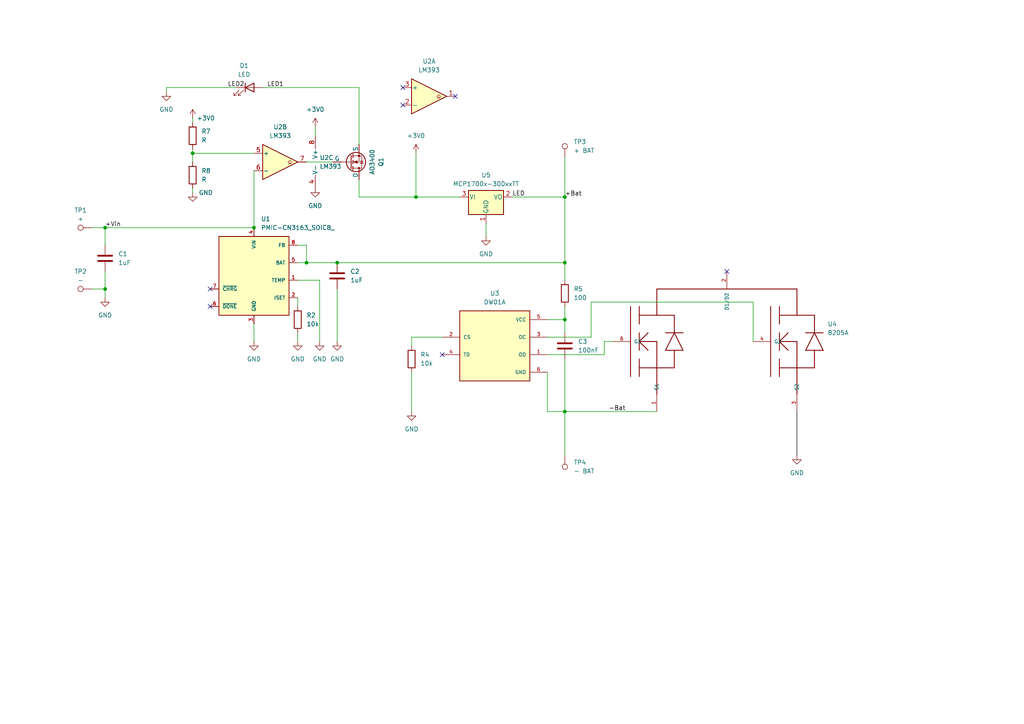
<source format=kicad_sch>
(kicad_sch (version 20231120) (generator "eeschema") (generator_version "8.0")
  (paper "A4")
  (lib_symbols
    (symbol "8205A:8205A" (pin_names (offset 1.016))
      (property "Reference" "U4" (at 31.75 7.62 0))
      (property "Value" "8205A" (at 31.75 5.08 0))
      (symbol "8205A_0_0"
        (polyline (pts (xy -25.4 12.7) (xy -25.4 -7.62)) (stroke (width 0.254)))
        (polyline (pts (xy -22.86 -7.62) (xy -22.86 -5.08)) (stroke (width 0.254)))
        (polyline (pts (xy -22.86 -5.08) (xy -22.86 -2.54)) (stroke (width 0.254)))
        (polyline (pts (xy -22.86 -5.08) (xy -17.78 -5.08)) (stroke (width 0.254)))
        (polyline (pts (xy -22.86 0) (xy -22.86 2.54)) (stroke (width 0.254)))
        (polyline (pts (xy -22.86 2.54) (xy -22.86 5.08)) (stroke (width 0.254)))
        (polyline (pts (xy -22.86 2.54) (xy -20.32 0)) (stroke (width 0.254)))
        (polyline (pts (xy -22.86 2.54) (xy -20.32 5.08)) (stroke (width 0.254)))
        (polyline (pts (xy -22.86 7.62) (xy -22.86 10.16)) (stroke (width 0.254)))
        (polyline (pts (xy -22.86 10.16) (xy -22.86 12.7)) (stroke (width 0.254)))
        (polyline (pts (xy -22.86 10.16) (xy -17.78 10.16)) (stroke (width 0.254)))
        (polyline (pts (xy -17.78 -5.08) (xy -17.78 -12.7)) (stroke (width 0.254)))
        (polyline (pts (xy -17.78 -5.08) (xy -17.78 2.54)) (stroke (width 0.254)))
        (polyline (pts (xy -17.78 -5.08) (xy -12.7 -5.08)) (stroke (width 0.254)))
        (polyline (pts (xy -17.78 2.54) (xy -22.86 2.54)) (stroke (width 0.254)))
        (polyline (pts (xy -17.78 10.16) (xy -17.78 17.78)) (stroke (width 0.254)))
        (polyline (pts (xy -17.78 10.16) (xy -12.7 10.16)) (stroke (width 0.254)))
        (polyline (pts (xy -17.78 17.78) (xy 22.86 17.78)) (stroke (width 0.254)))
        (polyline (pts (xy -15.24 0) (xy -12.7 0)) (stroke (width 0.254)))
        (polyline (pts (xy -15.24 5.08) (xy -12.7 5.08)) (stroke (width 0.254)))
        (polyline (pts (xy -12.7 -5.08) (xy -12.7 0)) (stroke (width 0.254)))
        (polyline (pts (xy -12.7 0) (xy -10.16 0)) (stroke (width 0.254)))
        (polyline (pts (xy -12.7 5.08) (xy -15.24 0)) (stroke (width 0.254)))
        (polyline (pts (xy -12.7 5.08) (xy -10.16 5.08)) (stroke (width 0.254)))
        (polyline (pts (xy -12.7 10.16) (xy -12.7 5.08)) (stroke (width 0.254)))
        (polyline (pts (xy -10.16 0) (xy -12.7 5.08)) (stroke (width 0.254)))
        (polyline (pts (xy 15.24 12.7) (xy 15.24 -7.62)) (stroke (width 0.254)))
        (polyline (pts (xy 17.78 -7.62) (xy 17.78 -5.08)) (stroke (width 0.254)))
        (polyline (pts (xy 17.78 -5.08) (xy 17.78 -2.54)) (stroke (width 0.254)))
        (polyline (pts (xy 17.78 -5.08) (xy 22.86 -5.08)) (stroke (width 0.254)))
        (polyline (pts (xy 17.78 0) (xy 17.78 2.54)) (stroke (width 0.254)))
        (polyline (pts (xy 17.78 2.54) (xy 17.78 5.08)) (stroke (width 0.254)))
        (polyline (pts (xy 17.78 2.54) (xy 20.32 0)) (stroke (width 0.254)))
        (polyline (pts (xy 17.78 2.54) (xy 20.32 5.08)) (stroke (width 0.254)))
        (polyline (pts (xy 17.78 7.62) (xy 17.78 10.16)) (stroke (width 0.254)))
        (polyline (pts (xy 17.78 10.16) (xy 17.78 12.7)) (stroke (width 0.254)))
        (polyline (pts (xy 17.78 10.16) (xy 22.86 10.16)) (stroke (width 0.254)))
        (polyline (pts (xy 22.86 -5.08) (xy 22.86 -12.7)) (stroke (width 0.254)))
        (polyline (pts (xy 22.86 -5.08) (xy 22.86 2.54)) (stroke (width 0.254)))
        (polyline (pts (xy 22.86 -5.08) (xy 27.94 -5.08)) (stroke (width 0.254)))
        (polyline (pts (xy 22.86 2.54) (xy 17.78 2.54)) (stroke (width 0.254)))
        (polyline (pts (xy 22.86 10.16) (xy 22.86 17.78)) (stroke (width 0.254)))
        (polyline (pts (xy 22.86 10.16) (xy 27.94 10.16)) (stroke (width 0.254)))
        (polyline (pts (xy 25.4 0) (xy 27.94 0)) (stroke (width 0.254)))
        (polyline (pts (xy 25.4 5.08) (xy 27.94 5.08)) (stroke (width 0.254)))
        (polyline (pts (xy 27.94 -5.08) (xy 27.94 0)) (stroke (width 0.254)))
        (polyline (pts (xy 27.94 0) (xy 30.48 0)) (stroke (width 0.254)))
        (polyline (pts (xy 27.94 5.08) (xy 25.4 0)) (stroke (width 0.254)))
        (polyline (pts (xy 27.94 5.08) (xy 30.48 5.08)) (stroke (width 0.254)))
        (polyline (pts (xy 27.94 10.16) (xy 27.94 5.08)) (stroke (width 0.254)))
        (polyline (pts (xy 30.48 0) (xy 27.94 5.08)) (stroke (width 0.254)))
      )
      (symbol "8205A_1_0"
        (pin bidirectional line (at -17.78 -17.78 90) (length 5.08) (name "S1") (number "1"))
        (pin bidirectional line (at 2.54 22.86 270) (length 5.08) (name "D1/D2") (number "2"))
        (pin bidirectional line (at 22.86 -17.78 90) (length 5.08) (name "S2") (number "3"))
        (pin bidirectional line (at 10.16 2.54 0) (length 5.08) (name "G2") (number "4"))
        (pin no_connect non_logic (at 1.27 -10.16 90) (length 5.08) hide (name "NC") (number "5"))
        (pin bidirectional line (at -30.48 2.54 0) (length 5.08) (name "G1") (number "6"))
      )
    )
    (symbol "Comparator:LM393" (pin_names (offset 0.127))
      (property "Reference" "U" (at 3.81 3.81 0))
      (property "Value" "LM393" (at 6.35 -3.81 0))
      (symbol "LM393_1_1"
        (polyline (pts (xy -5.08 5.08) (xy 5.08 0) (xy -5.08 -5.08) (xy -5.08 5.08)) (stroke (width 0.254)) (fill (type background)))
        (polyline (pts (xy 3.302 -0.508) (xy 2.794 -0.508) (xy 3.302 0) (xy 2.794 0.508) (xy 2.286 0) (xy 2.794 -0.508) (xy 2.286 -0.508)) (stroke (width 0.127)))
        (pin open_collector line (at 7.62 0 180) (length 2.54) (name "~") (number "1"))
        (pin input line (at -7.62 -2.54 0) (length 2.54) (name "-") (number "2"))
        (pin input line (at -7.62 2.54 0) (length 2.54) (name "+") (number "3"))
      )
      (symbol "LM393_2_1"
        (polyline (pts (xy -5.08 5.08) (xy 5.08 0) (xy -5.08 -5.08) (xy -5.08 5.08)) (stroke (width 0.254)) (fill (type background)))
        (polyline (pts (xy 3.302 -0.508) (xy 2.794 -0.508) (xy 3.302 0) (xy 2.794 0.508) (xy 2.286 0) (xy 2.794 -0.508) (xy 2.286 -0.508)) (stroke (width 0.127)))
        (pin input line (at -7.62 2.54 0) (length 2.54) (name "+") (number "5"))
        (pin input line (at -7.62 -2.54 0) (length 2.54) (name "-") (number "6"))
        (pin open_collector line (at 7.62 0 180) (length 2.54) (name "~") (number "7"))
      )
      (symbol "LM393_3_1"
        (pin power_in line (at -2.54 -7.62 90) (length 3.81) (name "V-") (number "4"))
        (pin power_in line (at -2.54 7.62 270) (length 3.81) (name "V+") (number "8"))
      )
    )
    (symbol "Connector:TestPoint" (pin_numbers hide) (pin_names (offset 0.762) hide)
      (property "Reference" "TP" (at 0 6.858 0))
      (property "Value" "TestPoint" (at 0 5.08 0))
      (symbol "TestPoint_0_1"
        (circle (center 0 3.302) (radius 0.762))
      )
      (symbol "TestPoint_1_1"
        (pin passive line (at 0 0 90) (length 2.54) (name "1") (number "1"))
      )
    )
    (symbol "DW01A:DW01A" (pin_names (offset 1.016))
      (property "Reference" "U" (at -10.16 11.43 0))
      (property "Value" "DW01A" (at -10.16 -12.7 0))
      (symbol "DW01A_0_0"
        (rectangle (start -10.16 -10.16) (end 10.16 10.16) (stroke (width 0.254)) (fill (type background)))
        (pin output line (at 15.24 -2.54 180) (length 5.08) (name "OD") (number "1"))
        (pin input line (at -15.24 2.54 0) (length 5.08) (name "CS") (number "2"))
        (pin output line (at 15.24 2.54 180) (length 5.08) (name "OC") (number "3"))
        (pin passive line (at -15.24 -2.54 0) (length 5.08) (name "TD") (number "4"))
        (pin power_in line (at 15.24 7.62 180) (length 5.08) (name "VCC") (number "5"))
        (pin power_in line (at 15.24 -7.62 180) (length 5.08) (name "GND") (number "6"))
      )
    )
    (symbol "Device:C" (pin_numbers hide) (pin_names (offset 0.254))
      (property "Reference" "C" (at 0.635 2.54 0))
      (property "Value" "C" (at 0.635 -2.54 0))
      (symbol "C_0_1"
        (polyline (pts (xy -2.032 -0.762) (xy 2.032 -0.762)) (stroke (width 0.508)))
        (polyline (pts (xy -2.032 0.762) (xy 2.032 0.762)) (stroke (width 0.508)))
      )
      (symbol "C_1_1"
        (pin passive line (at 0 3.81 270) (length 2.794) (name "~") (number "1"))
        (pin passive line (at 0 -3.81 90) (length 2.794) (name "~") (number "2"))
      )
    )
    (symbol "Device:LED" (pin_numbers hide) (pin_names (offset 1.016) hide)
      (property "Reference" "D" (at 0 2.54 0))
      (property "Value" "LED" (at 0 -2.54 0))
      (symbol "LED_0_1"
        (polyline (pts (xy -1.27 -1.27) (xy -1.27 1.27)) (stroke (width 0.254)))
        (polyline (pts (xy -1.27 0) (xy 1.27 0)))
        (polyline (pts (xy 1.27 -1.27) (xy 1.27 1.27) (xy -1.27 0) (xy 1.27 -1.27)) (stroke (width 0.254)))
        (polyline (pts (xy -3.048 -0.762) (xy -4.572 -2.286) (xy -3.81 -2.286) (xy -4.572 -2.286) (xy -4.572 -1.524)))
        (polyline (pts (xy -1.778 -0.762) (xy -3.302 -2.286) (xy -2.54 -2.286) (xy -3.302 -2.286) (xy -3.302 -1.524)))
      )
      (symbol "LED_1_1"
        (pin passive line (at -3.81 0 0) (length 2.54) (name "K") (number "1"))
        (pin passive line (at 3.81 0 180) (length 2.54) (name "A") (number "2"))
      )
    )
    (symbol "Device:R" (pin_numbers hide) (pin_names (offset 0))
      (property "Reference" "R" (at 2.032 0 90))
      (property "Value" "R" (at 0 0 90))
      (symbol "R_0_1"
        (rectangle (start -1.016 -2.54) (end 1.016 2.54) (stroke (width 0.254)))
      )
      (symbol "R_1_1"
        (pin passive line (at 0 3.81 270) (length 1.27) (name "~") (number "1"))
        (pin passive line (at 0 -3.81 90) (length 1.27) (name "~") (number "2"))
      )
    )
    (symbol "PMIC-CN3063_SOIC8_:PMIC-CN3063_SOIC8_" (pin_names (offset 1.016))
      (property "Reference" "U" (at -10.1689 8.8978 0))
      (symbol "PMIC-CN3063_SOIC8__0_0"
        (rectangle (start -10.16 -15.24) (end 10.16 7.62) (stroke (width 0.254)) (fill (type background)))
        (pin bidirectional line (at 12.7 -5.08 180) (length 2.54) (name "TEMP") (number "1"))
        (pin bidirectional line (at 12.7 -10.16 180) (length 2.54) (name "ISET") (number "2"))
        (pin power_in line (at 0 -17.78 90) (length 2.54) (name "GND") (number "3"))
        (pin input line (at 0 10.16 270) (length 2.54) (name "VIN") (number "4"))
        (pin power_in line (at 12.7 0 180) (length 2.54) (name "BAT") (number "5"))
        (pin input line (at -12.7 -12.7 0) (length 2.54) (name "~{DONE}") (number "6"))
        (pin output line (at -12.7 -7.62 0) (length 2.54) (name "~{CHRG}") (number "7"))
        (pin input line (at 12.7 5.08 180) (length 2.54) (name "FB") (number "8"))
      )
    )
    (symbol "Regulator_Linear:MCP1700x-300xxTT" (pin_names (offset 0.254))
      (property "Reference" "U" (at -3.81 3.175 0))
      (property "Value" "MCP1700x-300xxTT" (at 0 3.175 0))
      (symbol "MCP1700x-300xxTT_0_1"
        (rectangle (start -5.08 1.905) (end 5.08 -5.08) (stroke (width 0.254)) (fill (type background)))
      )
      (symbol "MCP1700x-300xxTT_1_1"
        (pin power_in line (at 0 -7.62 90) (length 2.54) (name "GND") (number "1"))
        (pin power_out line (at 7.62 0 180) (length 2.54) (name "VO") (number "2"))
        (pin power_in line (at -7.62 0 0) (length 2.54) (name "VI") (number "3"))
      )
    )
    (symbol "Simulation_SPICE:NMOS" (pin_numbers hide) (pin_names (offset 0))
      (property "Reference" "Q" (at 5.08 1.27 0))
      (property "Value" "NMOS" (at 5.08 -1.27 0))
      (symbol "NMOS_0_1"
        (polyline (pts (xy 0.254 0) (xy -2.54 0)))
        (polyline (pts (xy 0.254 1.905) (xy 0.254 -1.905)) (stroke (width 0.254)))
        (polyline (pts (xy 0.762 -1.27) (xy 0.762 -2.286)) (stroke (width 0.254)))
        (polyline (pts (xy 0.762 0.508) (xy 0.762 -0.508)) (stroke (width 0.254)))
        (polyline (pts (xy 0.762 2.286) (xy 0.762 1.27)) (stroke (width 0.254)))
        (polyline (pts (xy 2.54 2.54) (xy 2.54 1.778)))
        (polyline (pts (xy 2.54 -2.54) (xy 2.54 0) (xy 0.762 0)))
        (polyline (pts (xy 0.762 -1.778) (xy 3.302 -1.778) (xy 3.302 1.778) (xy 0.762 1.778)))
        (polyline (pts (xy 1.016 0) (xy 2.032 0.381) (xy 2.032 -0.381) (xy 1.016 0)) (fill (type outline)))
        (polyline (pts (xy 2.794 0.508) (xy 2.921 0.381) (xy 3.683 0.381) (xy 3.81 0.254)))
        (polyline (pts (xy 3.302 0.381) (xy 2.921 -0.254) (xy 3.683 -0.254) (xy 3.302 0.381)))
        (circle (center 1.651 0) (radius 2.794) (stroke (width 0.254)))
        (circle (center 2.54 -1.778) (radius 0.254) (fill (type outline)))
        (circle (center 2.54 1.778) (radius 0.254) (fill (type outline)))
      )
      (symbol "NMOS_1_1"
        (pin passive line (at 2.54 5.08 270) (length 2.54) (name "D") (number "1"))
        (pin input line (at -5.08 0 0) (length 2.54) (name "G") (number "2"))
        (pin passive line (at 2.54 -5.08 90) (length 2.54) (name "S") (number "3"))
      )
    )
    (symbol "power:+3V0" (power) (pin_names (offset 0))
      (property "Value" "+3V0" (at 0 3.556 0))
      (symbol "+3V0_0_1"
        (polyline (pts (xy -0.762 1.27) (xy 0 2.54)))
        (polyline (pts (xy 0 0) (xy 0 2.54)))
        (polyline (pts (xy 0 2.54) (xy 0.762 1.27)))
      )
      (symbol "+3V0_1_1"
        (pin power_in line (at 0 0 90) (length 0) hide (name "+3V0") (number "1"))
      )
    )
    (symbol "power:GND" (power) (pin_names (offset 0))
      (property "Value" "GND" (at 0 -3.81 0))
      (symbol "GND_0_1"
        (polyline (pts (xy 0 0) (xy 0 -1.27) (xy 1.27 -1.27) (xy 0 -2.54) (xy -1.27 -1.27) (xy 0 -1.27)))
      )
      (symbol "GND_1_1"
        (pin power_in line (at 0 0 270) (length 0) hide (name "GND") (number "1"))
      )
    )
  )
  (junction (at 163.83 76.2))
  (junction (at 55.88 44.45))
  (junction (at 88.9 76.2))
  (junction (at 120.65 57.15))
  (junction (at 163.83 57.15))
  (junction (at 73.66 66.04))
  (junction (at 97.79 76.2))
  (junction (at 30.48 66.04))
  (junction (at 163.83 119.38))
  (junction (at 163.83 92.71))
  (junction (at 30.48 83.82))
  (no_connect (at 132.08 27.94))
  (no_connect (at 60.96 83.82))
  (no_connect (at 116.84 30.48))
  (no_connect (at 210.82 78.74))
  (no_connect (at 128.27 102.87))
  (no_connect (at 116.84 25.4))
  (no_connect (at 60.96 88.9))
  (wire (pts (xy 158.75 97.79) (xy 171.45 97.79)))
  (wire (pts (xy 158.75 107.95) (xy 158.75 119.38)))
  (wire (pts (xy 104.14 57.15) (xy 120.65 57.15)))
  (wire (pts (xy 55.88 44.45) (xy 55.88 46.99)))
  (wire (pts (xy 55.88 43.18) (xy 55.88 44.45)))
  (wire (pts (xy 26.67 83.82) (xy 30.48 83.82)))
  (wire (pts (xy 73.66 49.53) (xy 73.66 66.04)))
  (wire (pts (xy 76.2 25.4) (xy 104.14 25.4)))
  (wire (pts (xy 88.9 76.2) (xy 97.79 76.2)))
  (wire (pts (xy 88.9 46.99) (xy 96.52 46.99)))
  (wire (pts (xy 73.66 93.98) (xy 73.66 99.06)))
  (wire (pts (xy 86.36 76.2) (xy 88.9 76.2)))
  (wire (pts (xy 48.26 25.4) (xy 68.58 25.4)))
  (wire (pts (xy 163.83 132.08) (xy 163.83 119.38)))
  (wire (pts (xy 86.36 96.52) (xy 86.36 99.06)))
  (wire (pts (xy 175.26 99.06) (xy 177.8 99.06)))
  (wire (pts (xy 30.48 71.12) (xy 30.48 66.04)))
  (wire (pts (xy 97.79 76.2) (xy 163.83 76.2)))
  (wire (pts (xy 120.65 44.45) (xy 120.65 57.15)))
  (wire (pts (xy 86.36 71.12) (xy 88.9 71.12)))
  (wire (pts (xy 190.5 119.38) (xy 163.83 119.38)))
  (wire (pts (xy 163.83 76.2) (xy 163.83 81.28)))
  (wire (pts (xy 163.83 57.15) (xy 163.83 76.2)))
  (wire (pts (xy 104.14 25.4) (xy 104.14 41.91)))
  (wire (pts (xy 148.59 57.15) (xy 163.83 57.15)))
  (wire (pts (xy 88.9 76.2) (xy 88.9 71.12)))
  (wire (pts (xy 163.83 92.71) (xy 163.83 96.52)))
  (wire (pts (xy 119.38 97.79) (xy 119.38 100.33)))
  (wire (pts (xy 120.65 57.15) (xy 133.35 57.15)))
  (wire (pts (xy 30.48 83.82) (xy 30.48 86.36)))
  (wire (pts (xy 171.45 87.63) (xy 218.44 87.63)))
  (wire (pts (xy 158.75 102.87) (xy 175.26 102.87)))
  (wire (pts (xy 91.44 36.83) (xy 91.44 39.37)))
  (wire (pts (xy 30.48 78.74) (xy 30.48 83.82)))
  (wire (pts (xy 175.26 102.87) (xy 175.26 99.06)))
  (wire (pts (xy 30.48 66.04) (xy 73.66 66.04)))
  (wire (pts (xy 218.44 87.63) (xy 218.44 99.06)))
  (wire (pts (xy 26.67 66.04) (xy 30.48 66.04)))
  (wire (pts (xy 86.36 86.36) (xy 86.36 88.9)))
  (wire (pts (xy 163.83 88.9) (xy 163.83 92.71)))
  (wire (pts (xy 92.71 99.06) (xy 92.71 81.28)))
  (wire (pts (xy 140.97 64.77) (xy 140.97 68.58)))
  (wire (pts (xy 231.14 119.38) (xy 231.14 132.08)) (stroke (width 0) (color 0 0 0 1)))
  (wire (pts (xy 128.27 97.79) (xy 119.38 97.79)))
  (wire (pts (xy 55.88 54.61) (xy 55.88 55.88)))
  (wire (pts (xy 163.83 104.14) (xy 163.83 119.38)))
  (wire (pts (xy 119.38 119.38) (xy 119.38 107.95)))
  (wire (pts (xy 104.14 57.15) (xy 104.14 52.07)))
  (wire (pts (xy 163.83 45.72) (xy 163.83 57.15)))
  (wire (pts (xy 55.88 34.29) (xy 55.88 35.56)))
  (wire (pts (xy 163.83 119.38) (xy 158.75 119.38)))
  (wire (pts (xy 158.75 92.71) (xy 163.83 92.71)))
  (wire (pts (xy 48.26 26.67) (xy 48.26 25.4)))
  (wire (pts (xy 55.88 44.45) (xy 73.66 44.45)))
  (wire (pts (xy 97.79 83.82) (xy 97.79 99.06)))
  (wire (pts (xy 92.71 81.28) (xy 86.36 81.28)))
  (wire (pts (xy 171.45 97.79) (xy 171.45 87.63)))
  (label "-Bat" (at 176.53 119.38 0))
  (label "+Vin" (at 30.48 66.04 0))
  (label "+Bat" (at 163.83 57.15 0))
  (label "LED2" (at 66.04 25.4 0))
  (label "LED" (at 148.59 57.15 0))
  (label "LED1" (at 77.47 25.4 0))
  (symbol (lib_id "Device:R") (at 55.88 50.8 0) (unit 1)
    (property "Reference" "R8" (at 58.42 49.53 0) (effects (justify left)))
    (property "Value" "R" (at 58.42 52.07 0) (effects (justify left)))
    (property "Footprint" "Resistor_SMD:R_1206_3216Metric_Pad1.30x1.75mm_HandSolder" (effects (hide yes)))
  )
  (symbol (lib_id "power:GND") (at 91.44 54.61 0) (unit 1)
    (property "Reference" "#PWR012" (effects (hide yes)))
    (property "Value" "GND" (at 91.44 59.69 0))
  )
  (symbol (lib_id "power:GND") (at 73.66 99.06 0) (unit 1)
    (property "Reference" "#PWR02" (effects (hide yes)))
    (property "Value" "GND" (at 73.66 104.14 0))
  )
  (symbol (lib_id "8205A:8205A") (at 208.28 101.6 0) (unit 1)
    (property "Reference" "U4" (at 240.03 93.98 0) (effects (justify left)))
    (property "Value" "8205A" (at 240.03 96.52 0) (effects (justify left)))
    (property "Footprint" "Package_TO_SOT_SMD:SOT-23-6_Handsoldering" (effects (hide yes)))
    (property "Description" "\nDual N-Channel Enhancement Mode MOSFET\n" (effects (hide yes)))
    (property "Package" "None" (effects (hide yes)))
    (property "Price" "None" (effects (hide yes)))
    (property "MP" "8205A" (effects (hide yes)))
    (property "Availability" "In Stock" (effects (hide yes)))
  )
  (symbol (lib_id "power:GND") (at 231.14 132.08 0) (unit 1)
    (property "Reference" "#PWR09" (effects (hide yes)))
    (property "Value" "GND" (at 231.14 137.16 0))
  )
  (symbol (lib_id "power:+3V0") (at 120.65 44.45 0) (unit 1)
    (property "Reference" "#PWR010" (effects (hide yes)))
    (property "Value" "+3V0" (at 120.65 39.37 0))
  )
  (symbol (lib_id "Device:R") (at 163.83 85.09 180) (unit 1)
    (property "Reference" "R5" (at 166.37 83.82 0) (effects (justify right)))
    (property "Value" "100" (at 166.37 86.36 0) (effects (justify right)))
    (property "Footprint" "Resistor_SMD:R_1206_3216Metric_Pad1.30x1.75mm_HandSolder" (effects (hide yes)))
  )
  (symbol (lib_id "power:GND") (at 140.97 68.58 0) (unit 1)
    (property "Reference" "#PWR07" (effects (hide yes)))
    (property "Value" "GND" (at 140.97 73.66 0))
  )
  (symbol (lib_id "PMIC-CN3063_SOIC8_:PMIC-CN3063_SOIC8_") (at 73.66 76.2 0) (unit 1)
    (property "Reference" "U1" (at 75.6794 63.5 0) (effects (justify left)))
    (property "Value" "PMIC-CN3163_SOIC8_" (at 75.6794 66.04 0) (effects (justify left)))
    (property "Footprint" "PMIC-CN3063_SOIC8_:SOIC8-1.27-5X4MM" (effects (hide yes)))
    (property "Description" "\nThe CN3063 is a complete constant-current /constant voltage linear charger for single cell Li-ion and Li Polymer rech...\n" (effects (hide yes)))
    (property "MF" "Consonance" (effects (hide yes)))
    (property "Package" "None" (effects (hide yes)))
    (property "MPN" "CN3063" (effects (hide yes)))
    (property "Price" "None" (effects (hide yes)))
    (property "VALUE" "CN3063-SOIC8" (effects (hide yes)))
    (property "SnapEDA_Link" "https://www.snapeda.com/parts/CN3063/Consonance/view-part/?ref=snap" (effects (hide yes)))
    (property "MP" "CN3063" (effects (hide yes)))
    (property "Availability" "In Stock" (effects (hide yes)))
    (property "Check_prices" "https://www.snapeda.com/parts/CN3063/Consonance/view-part/?ref=eda" (effects (hide yes)))
  )
  (symbol (lib_id "DW01A:DW01A") (at 143.51 100.33 0) (unit 1)
    (property "Reference" "U3" (at 143.51 85.09 0))
    (property "Value" "DW01A" (at 143.51 87.63 0))
    (property "Footprint" "DW01A:SOT95P280X145-6N" (effects (hide yes)))
    (property "Description" "\nOne Cell Lithium-ion/Polymer Battery Protection IC\n" (effects (hide yes)))
    (property "MF" "Fortune Semiconductor" (effects (hide yes)))
    (property "SNAPEDA_PACKAGE_ID" "103849" (effects (hide yes)))
    (property "Package" "SOT-23-6 Fortune Semiconductor" (effects (hide yes)))
    (property "Price" "None" (effects (hide yes)))
    (property "Check_prices" "https://www.snapeda.com/parts/DW01A/Fortune+Semiconductor/view-part/?ref=eda" (effects (hide yes)))
    (property "STANDARD" "IPC 7351B" (effects (hide yes)))
    (property "PARTREV" "1.8" (effects (hide yes)))
    (property "SnapEDA_Link" "https://www.snapeda.com/parts/DW01A/Fortune+Semiconductor/view-part/?ref=snap" (effects (hide yes)))
    (property "MP" "DW01A" (effects (hide yes)))
    (property "MANUFACTURER" "Fortune Semiconductor" (effects (hide yes)))
    (property "Availability" "Not in stock" (effects (hide yes)))
    (property "MAXIMUM_PACKAGE_HEIGHT" "1.45mm" (effects (hide yes)))
  )
  (symbol (lib_id "power:GND") (at 30.48 86.36 0) (unit 1)
    (property "Reference" "#PWR01" (effects (hide yes)))
    (property "Value" "GND" (at 30.48 91.44 0))
  )
  (symbol (lib_id "Device:C") (at 97.79 80.01 0) (unit 1)
    (property "Reference" "C2" (at 101.6 78.74 0) (effects (justify left)))
    (property "Value" "1uF" (at 101.6 81.28 0) (effects (justify left)))
    (property "Footprint" "Capacitor_SMD:C_1206_3216Metric" (effects (hide yes)))
  )
  (symbol (lib_id "Device:LED") (at 72.39 25.4 0) (unit 1)
    (property "Reference" "D1" (at 70.8025 19.05 0))
    (property "Value" "LED" (at 70.8025 21.59 0))
    (property "Footprint" "LED_SMD:LED_1W_3W_R8" (effects (hide yes)))
  )
  (symbol (lib_id "power:GND") (at 86.36 99.06 0) (unit 1)
    (property "Reference" "#PWR04" (effects (hide yes)))
    (property "Value" "GND" (at 86.36 104.14 0))
  )
  (symbol (lib_id "Connector:TestPoint") (at 26.67 83.82 90) (unit 1)
    (property "Reference" "TP2" (at 23.368 78.74 90))
    (property "Value" "-" (at 23.368 81.28 90))
    (property "Footprint" "TestPoint:TestPoint_Pad_2.0x2.0mm" (effects (hide yes)))
  )
  (symbol (lib_id "power:+3V0") (at 91.44 36.83 0) (unit 1)
    (property "Reference" "#PWR011" (effects (hide yes)))
    (property "Value" "+3V0" (at 91.44 31.75 0))
  )
  (symbol (lib_id "Connector:TestPoint") (at 26.67 66.04 90) (unit 1)
    (property "Reference" "TP1" (at 23.368 60.96 90))
    (property "Value" "+" (at 23.368 63.5 90))
    (property "Footprint" "TestPoint:TestPoint_Pad_2.0x2.0mm" (effects (hide yes)))
  )
  (symbol (lib_id "Device:R") (at 55.88 39.37 0) (unit 1)
    (property "Reference" "R7" (at 58.42 38.1 0) (effects (justify left)))
    (property "Value" "R" (at 58.42 40.64 0) (effects (justify left)))
    (property "Footprint" "Resistor_SMD:R_1206_3216Metric_Pad1.30x1.75mm_HandSolder" (effects (hide yes)))
  )
  (symbol (lib_id "Simulation_SPICE:NMOS") (at 101.6 46.99 0) (mirror x) (unit 1)
    (property "Reference" "Q1" (at 110.49 46.99 90))
    (property "Value" "AO3400" (at 107.95 46.99 90))
    (property "Footprint" "Package_TO_SOT_SMD:SOT-23" (effects (hide yes)))
    (property "Datasheet" "https://ngspice.sourceforge.io/docs/ngspice-manual.pdf" (effects (hide yes)))
    (property "Sim.Device" "NMOS" (effects (hide yes)))
    (property "Sim.Type" "VDMOS" (effects (hide yes)))
    (property "Sim.Pins" "1=D 2=G 3=S" (effects (hide yes)))
  )
  (symbol (lib_id "Device:R") (at 86.36 92.71 0) (unit 1)
    (property "Reference" "R2" (at 88.9 91.44 0) (effects (justify left)))
    (property "Value" "10k" (at 88.9 93.98 0) (effects (justify left)))
    (property "Footprint" "Resistor_SMD:R_1206_3216Metric_Pad1.30x1.75mm_HandSolder" (effects (hide yes)))
  )
  (symbol (lib_id "Device:C") (at 163.83 100.33 0) (unit 1)
    (property "Reference" "C3" (at 167.64 99.06 0) (effects (justify left)))
    (property "Value" "100nF" (at 167.64 101.6 0) (effects (justify left)))
    (property "Footprint" "Capacitor_SMD:C_1206_3216Metric" (effects (hide yes)))
  )
  (symbol (lib_id "Connector:TestPoint") (at 163.83 132.08 180) (unit 1)
    (property "Reference" "TP4" (at 166.37 134.112 0) (effects (justify right)))
    (property "Value" "- BAT" (at 166.37 136.652 0) (effects (justify right)))
    (property "Footprint" "TestPoint:TestPoint_Keystone_5019_Minature" (effects (hide yes)))
  )
  (symbol (lib_id "Connector:TestPoint") (at 163.83 45.72 0) (unit 1)
    (property "Reference" "TP3" (at 166.37 41.148 0) (effects (justify left)))
    (property "Value" "+ BAT" (at 166.37 43.688 0) (effects (justify left)))
    (property "Footprint" "TestPoint:TestPoint_Keystone_5019_Minature" (effects (hide yes)))
  )
  (symbol (lib_id "Device:C") (at 30.48 74.93 0) (unit 1)
    (property "Reference" "C1" (at 34.29 73.66 0) (effects (justify left)))
    (property "Value" "1uF" (at 34.29 76.2 0) (effects (justify left)))
    (property "Footprint" "Capacitor_SMD:C_1206_3216Metric" (effects (hide yes)))
  )
  (symbol (lib_id "power:GND") (at 119.38 119.38 0) (unit 1)
    (property "Reference" "#PWR08" (effects (hide yes)))
    (property "Value" "GND" (at 119.38 124.46 0))
  )
  (symbol (lib_id "Regulator_Linear:MCP1700x-300xxTT") (at 140.97 57.15 0) (unit 1)
    (property "Reference" "U5" (at 140.97 50.8 0))
    (property "Value" "MCP1700x-300xxTT" (at 140.97 53.34 0))
    (property "Footprint" "Package_TO_SOT_SMD:SOT-23" (effects (hide yes)))
    (property "Datasheet" "http://ww1.microchip.com/downloads/en/DeviceDoc/20001826D.pdf" (effects (hide yes)))
  )
  (symbol (lib_id "power:GND") (at 97.79 99.06 0) (unit 1)
    (property "Reference" "#PWR06" (effects (hide yes)))
    (property "Value" "GND" (at 97.79 104.14 0))
  )
  (symbol (lib_id "power:GND") (at 92.71 99.06 0) (unit 1)
    (property "Reference" "#PWR05" (effects (hide yes)))
    (property "Value" "GND" (at 92.71 104.14 0))
  )
  (symbol (lib_id "Comparator:LM393") (at 81.28 46.99 0) (unit 2)
    (property "Reference" "U2" (at 81.28 36.83 0))
    (property "Value" "LM393" (at 81.28 39.37 0))
    (property "Footprint" "Package_SO:SOP-8_5.28x5.23mm_P1.27mm" (effects (hide yes)))
    (property "Datasheet" "http://www.ti.com/lit/ds/symlink/lm393.pdf" (effects (hide yes)))
  )
  (symbol (lib_id "power:GND") (at 48.26 26.67 0) (unit 1)
    (property "Reference" "#PWR03" (effects (hide yes)))
    (property "Value" "GND" (at 48.26 31.75 0))
  )
  (symbol (lib_id "Device:R") (at 119.38 104.14 0) (unit 1)
    (property "Reference" "R4" (at 121.92 102.87 0) (effects (justify left)))
    (property "Value" "10k" (at 121.92 105.41 0) (effects (justify left)))
    (property "Footprint" "Resistor_SMD:R_1206_3216Metric_Pad1.30x1.75mm_HandSolder" (effects (hide yes)))
  )
  (symbol (lib_id "Comparator:LM393") (at 124.46 27.94 0) (unit 1)
    (property "Reference" "U2" (at 124.46 17.78 0))
    (property "Value" "LM393" (at 124.46 20.32 0))
    (property "Footprint" "Package_SO:SOP-8_5.28x5.23mm_P1.27mm" (effects (hide yes)))
    (property "Datasheet" "http://www.ti.com/lit/ds/symlink/lm393.pdf" (effects (hide yes)))
  )
  (symbol (lib_id "power:+3V0") (at 55.88 34.29 0) (unit 1)
    (property "Reference" "#PWR013" (effects (hide yes)))
    (property "Value" "+3V0" (at 59.69 34.29 0))
  )
  (symbol (lib_id "Comparator:LM393") (at 93.98 46.99 0) (unit 3)
    (property "Reference" "U2" (at 92.71 45.72 0) (effects (justify left)))
    (property "Value" "LM393" (at 92.71 48.26 0) (effects (justify left)))
    (property "Footprint" "Package_SO:SOP-8_5.28x5.23mm_P1.27mm" (effects (hide yes)))
    (property "Datasheet" "http://www.ti.com/lit/ds/symlink/lm393.pdf" (effects (hide yes)))
  )
  (symbol (lib_id "power:GND") (at 55.88 55.88 0) (unit 1)
    (property "Reference" "#PWR014" (effects (hide yes)))
    (property "Value" "GND" (at 59.69 55.88 0))
  )
)
</source>
